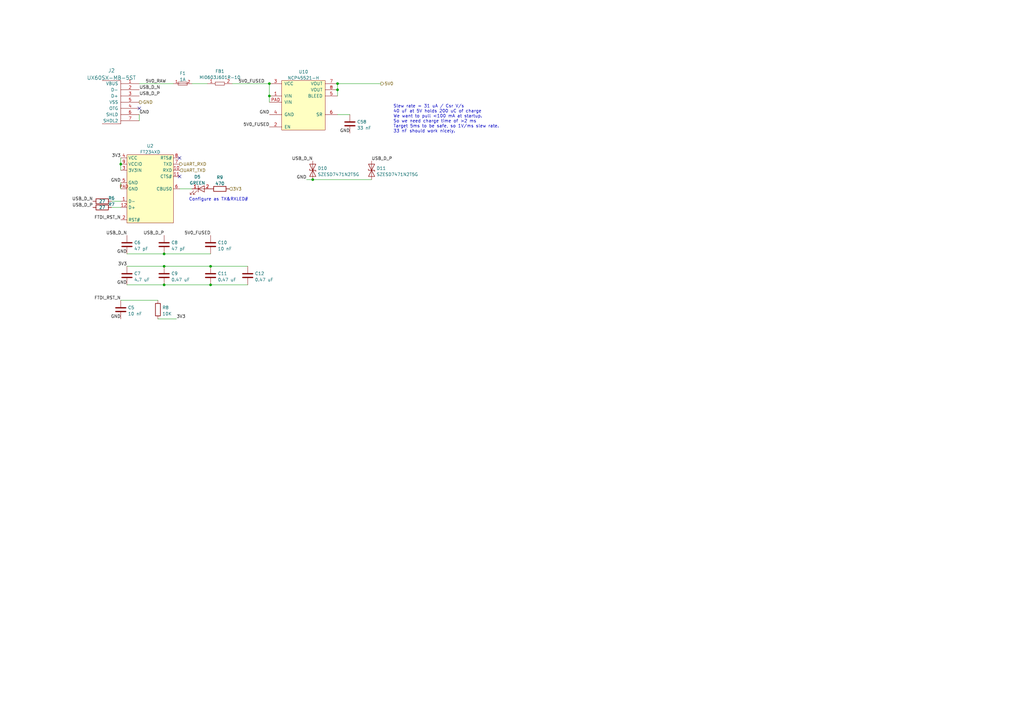
<source format=kicad_sch>
(kicad_sch (version 20211123) (generator eeschema)
  (paper "A3")
  (title_block (title "BaseT to BaseT1 Media Converter") (date "2024-01-28") (rev "0.1") (company "Antikernel Labs") (comment 1 "Andrew D. Zonenberg"))
  (lib_symbols
    (symbol "device:C" (pin_numbers hide) (pin_names (offset 0.254))
      (property "Reference" "C" (at 0.635 2.54 0))
      (property "Value" "C" (at 0.635 -2.54 0))
      (symbol "C_0_1"
        (polyline (pts (xy -2.032 -0.762) (xy 2.032 -0.762)) (stroke (width 0.508)))
        (polyline (pts (xy -2.032 0.762) (xy 2.032 0.762)) (stroke (width 0.508)))
      )
      (symbol "C_1_1"
        (pin passive line (at 0 3.81 270) (length 2.794) (name "~") (number "1"))
        (pin passive line (at 0 -3.81 90) (length 2.794) (name "~") (number "2"))
      )
    )
    (symbol "device:D_TVS" (pin_numbers hide) (pin_names (offset 1.016) hide)
      (property "Reference" "D" (at 0 2.54 0))
      (property "Value" "D_TVS" (at 0 -2.54 0))
      (symbol "D_TVS_0_1"
        (polyline (pts (xy 1.27 0) (xy -1.27 0)))
        (polyline (pts (xy -2.54 -1.27) (xy 0 0) (xy -2.54 1.27) (xy -2.54 -1.27)) (stroke (width 0.2032)))
        (polyline (pts (xy 0.508 1.27) (xy 0 1.27) (xy 0 -1.27) (xy -0.508 -1.27)) (stroke (width 0.2032)))
        (polyline (pts (xy 2.54 1.27) (xy 2.54 -1.27) (xy 0 0) (xy 2.54 1.27)) (stroke (width 0.2032)))
      )
      (symbol "D_TVS_1_1"
        (pin passive line (at -3.81 0 0) (length 2.54) (name "A1") (number "1"))
        (pin passive line (at 3.81 0 180) (length 2.54) (name "A2") (number "2"))
      )
    )
    (symbol "device:LED" (pin_names (offset 1.016) hide)
      (property "Reference" "D" (at 0 2.54 0))
      (property "Value" "LED" (at 0 -2.54 0))
      (symbol "LED_0_1"
        (polyline (pts (xy -1.27 -1.27) (xy -1.27 1.27)) (stroke (width 0.2032)))
        (polyline (pts (xy -1.27 0) (xy 1.27 0)))
        (polyline (pts (xy 1.27 -1.27) (xy 1.27 1.27) (xy -1.27 0) (xy 1.27 -1.27)) (stroke (width 0.2032)))
        (polyline (pts (xy -3.048 -0.762) (xy -4.572 -2.286) (xy -3.81 -2.286) (xy -4.572 -2.286) (xy -4.572 -1.524)))
        (polyline (pts (xy -1.778 -0.762) (xy -3.302 -2.286) (xy -2.54 -2.286) (xy -3.302 -2.286) (xy -3.302 -1.524)))
      )
      (symbol "LED_1_1"
        (pin passive line (at -3.81 0 0) (length 2.54) (name "K") (number "1"))
        (pin passive line (at 3.81 0 180) (length 2.54) (name "A") (number "2"))
      )
    )
    (symbol "device:R" (pin_numbers hide) (pin_names (offset 0))
      (property "Reference" "R" (at 2.032 0 90))
      (property "Value" "R" (at 0 0 90))
      (symbol "R_0_1"
        (rectangle (start -1.016 -2.54) (end 1.016 2.54) (stroke (width 0.254)))
      )
      (symbol "R_1_1"
        (pin passive line (at 0 3.81 270) (length 1.27) (name "~") (number "1"))
        (pin passive line (at 0 -3.81 90) (length 1.27) (name "~") (number "2"))
      )
    )
    (symbol "hirose-azonenberg:HIROSE_UX60SX-MB-5ST_(MINI_USB)" (pin_names (offset 1.016))
      (property "Reference" "J" (at 12.7 25.4 0))
      (property "Value" "HIROSE_UX60SX-MB-5ST_(MINI_USB)" (at 12.7 3.81 0))
      (symbol "HIROSE_UX60SX-MB-5ST_(MINI_USB)_0_1"
        (polyline (pts (xy 16.51 22.86) (xy 8.89 22.86) (xy 8.89 5.08) (xy 16.51 5.08)))
      )
      (symbol "HIROSE_UX60SX-MB-5ST_(MINI_USB)_1_1"
        (pin power_out line (at 1.27 21.59 0) (length 7.62) (name "VBUS") (number "1"))
        (pin bidirectional line (at 1.27 19.05 0) (length 7.62) (name "D-") (number "2"))
        (pin bidirectional line (at 1.27 16.51 0) (length 7.62) (name "D+") (number "3"))
        (pin bidirectional line (at 1.27 11.43 0) (length 7.62) (name "OTG") (number "4"))
        (pin power_out line (at 1.27 13.97 0) (length 7.62) (name "VSS") (number "5"))
        (pin passive line (at 1.27 8.89 0) (length 7.62) (name "SHLD") (number "6"))
        (pin passive line (at 1.27 6.35 0) (length 7.62) (name "SHDL2") (number "7"))
      )
    )
    (symbol "passive-azonenberg:FERRITE_SMALL2" (pin_names (offset 1.016))
      (property "Reference" "FB" (at 0 2.54 0))
      (property "Value" "FERRITE_SMALL2" (at 0 -2.54 0))
      (symbol "FERRITE_SMALL2_0_1"
        (rectangle (start -1.905 0.635) (end 1.905 -0.635))
      )
      (symbol "FERRITE_SMALL2_1_1"
        (pin input line (at -5.08 0 0) (length 3.175) (name "~") (number "1"))
        (pin power_out line (at 5.08 0 180) (length 3.175) (name "~") (number "2"))
      )
    )
    (symbol "power-azonenberg:FUSE_PWROUT_2" (pin_names (offset 0.254))
      (property "Reference" "F" (at 4.445 1.27 0))
      (property "Value" "FUSE_PWROUT_2" (at -0.635 -1.905 0))
      (symbol "FUSE_PWROUT_2_0_1"
        (rectangle (start -1.905 0.635) (end 1.905 -0.635))
        (polyline (pts (xy 1.905 0) (xy -1.905 0)))
      )
      (symbol "FUSE_PWROUT_2_1_1"
        (pin power_in line (at -3.81 0 0) (length 2.54) (name "~") (number "1"))
        (pin power_out line (at 3.81 0 180) (length 2.54) (name "~") (number "2"))
      )
    )
    (symbol "power-azonenberg:NCP45525" (pin_names (offset 1.016))
      (property "Reference" "U" (at 1.27 -1.27 0))
      (property "Value" "NCP45525" (at 5.08 -3.81 0))
      (symbol "NCP45525_0_1"
        (rectangle (start 0 20.32) (end 17.78 0) (fill (type background)))
      )
      (symbol "NCP45525_1_1"
        (pin power_in line (at -5.08 13.97 0) (length 5.08) (name "VIN") (number "1"))
        (pin input line (at -5.08 1.27 0) (length 5.08) (name "EN") (number "2"))
        (pin power_in line (at -5.08 19.05 0) (length 5.08) (name "VCC") (number "3"))
        (pin power_in line (at -5.08 6.35 0) (length 5.08) (name "GND") (number "4"))
        (pin passive line (at 22.86 13.97 180) (length 5.08) (name "BLEED") (number "5"))
        (pin passive line (at 22.86 6.35 180) (length 5.08) (name "SR") (number "6"))
        (pin power_out line (at 22.86 19.05 180) (length 5.08) (name "VOUT") (number "7"))
        (pin power_in line (at 22.86 16.51 180) (length 5.08) (name "VOUT") (number "8"))
        (pin power_in line (at -5.08 11.43 0) (length 5.08) (name "VIN") (number "PAD"))
      )
    )
    (symbol "special-azonenberg:FT234XD"
      (property "Reference" "U" (at 0 -1.27 0))
      (property "Value" "FT234XD" (at 0 -3.81 0))
      (symbol "FT234XD_0_1"
        (rectangle (start 0 27.94) (end 19.05 0) (stroke (width 0.1524)) (fill (type background)))
      )
      (symbol "FT234XD_1_1"
        (pin bidirectional line (at -2.54 8.89 0) (length 2.54) (name "D-") (number "1"))
        (pin input line (at 21.59 21.59 180) (length 2.54) (name "RXD") (number "10"))
        (pin input line (at 21.59 19.05 180) (length 2.54) (name "CTS#") (number "11"))
        (pin bidirectional line (at -2.54 6.35 0) (length 2.54) (name "D+") (number "12"))
        (pin input line (at -2.54 1.27 0) (length 2.54) (name "RST#") (number "2"))
        (pin power_out line (at -2.54 21.59 0) (length 2.54) (name "3V3OUT") (number "3") (alternate "3V3IN" power_in line))
        (pin power_in line (at -2.54 26.67 0) (length 2.54) (name "VCC") (number "4"))
        (pin power_in line (at -2.54 16.51 0) (length 2.54) (name "GND") (number "5"))
        (pin bidirectional line (at 21.59 13.97 180) (length 2.54) (name "CBUS0") (number "6"))
        (pin output line (at 21.59 24.13 180) (length 2.54) (name "TXD") (number "7"))
        (pin output line (at 21.59 26.67 180) (length 2.54) (name "RTS#") (number "8"))
        (pin power_in line (at -2.54 24.13 0) (length 2.54) (name "VCCIO") (number "9"))
        (pin power_in line (at -2.54 13.97 0) (length 2.54) (name "GND") (number "PAD"))
      )
    )
  )
  (junction (at 49.53 67.31))
  (junction (at 67.31 104.14))
  (junction (at 110.49 34.29))
  (junction (at 67.31 109.22))
  (junction (at 86.36 109.22))
  (junction (at 138.43 36.83))
  (junction (at 110.49 39.37))
  (junction (at 67.31 116.84))
  (junction (at 128.27 73.66))
  (junction (at 86.36 116.84))
  (junction (at 138.43 34.29))
  (no_connect (at 73.66 64.77))
  (no_connect (at 73.66 72.39))
  (no_connect (at 57.15 44.45))
  (wire (pts (xy 128.27 73.66) (xy 152.4 73.66)))
  (wire (pts (xy 156.21 34.29) (xy 138.43 34.29)))
  (wire (pts (xy 57.15 34.29) (xy 71.12 34.29)))
  (wire (pts (xy 52.07 109.22) (xy 67.31 109.22)))
  (wire (pts (xy 95.25 34.29) (xy 110.49 34.29)))
  (wire (pts (xy 67.31 104.14) (xy 86.36 104.14)))
  (wire (pts (xy 138.43 36.83) (xy 138.43 39.37)))
  (wire (pts (xy 57.15 46.99) (xy 57.15 49.53)))
  (wire (pts (xy 49.53 67.31) (xy 49.53 69.85)))
  (wire (pts (xy 49.53 64.77) (xy 49.53 67.31)))
  (wire (pts (xy 78.74 34.29) (xy 85.09 34.29)))
  (wire (pts (xy 67.31 116.84) (xy 86.36 116.84)))
  (wire (pts (xy 67.31 109.22) (xy 86.36 109.22)))
  (wire (pts (xy 45.72 85.09) (xy 49.53 85.09)))
  (wire (pts (xy 138.43 46.99) (xy 143.51 46.99)))
  (wire (pts (xy 73.66 77.47) (xy 78.74 77.47)))
  (wire (pts (xy 125.73 73.66) (xy 128.27 73.66)))
  (wire (pts (xy 110.49 34.29) (xy 110.49 39.37)))
  (wire (pts (xy 110.49 39.37) (xy 110.49 41.91)))
  (wire (pts (xy 138.43 34.29) (xy 138.43 36.83)))
  (wire (pts (xy 52.07 104.14) (xy 67.31 104.14)))
  (wire (pts (xy 49.53 123.19) (xy 64.77 123.19)))
  (wire (pts (xy 52.07 116.84) (xy 67.31 116.84)))
  (wire (pts (xy 45.72 82.55) (xy 49.53 82.55)))
  (wire (pts (xy 49.53 74.93) (xy 49.53 77.47)))
  (wire (pts (xy 86.36 109.22) (xy 101.6 109.22)))
  (wire (pts (xy 86.36 116.84) (xy 101.6 116.84)))
  (wire (pts (xy 64.77 130.81) (xy 72.39 130.81)))
  (text "Configure as TX&RXLED#" (at 77.47 82.55 0) (effects (font (size 1.27 1.27)) (justify left bottom)))
  (text "Slew rate = 31 uA / Csr V/s\n40 uF at 5V holds 200 uC of charge\nWe want to pull <100 mA at startup.\nSo we need charge time of >2 ms\nTarget 5ms to be safe, so 1V/ms slew rate.\n33 nF should work nicely." (at 161.29 54.61 0) (effects (font (size 1.27 1.27)) (justify left bottom)))
  (label "USB_D_N" (at 38.1 82.55 180))
  (label "USB_D_N" (at 128.27 66.04 180))
  (label "5V0_RAW" (at 59.69 34.29 0))
  (label "USB_D_P" (at 67.31 96.52 180))
  (label "USB_D_N" (at 52.07 96.52 180))
  (label "5V0_FUSED" (at 110.49 52.07 180))
  (label "3V3" (at 52.07 109.22 180))
  (label "USB_D_P" (at 152.4 66.04 0))
  (label "5V0_FUSED" (at 86.36 96.52 180))
  (label "3V3" (at 49.53 64.77 180))
  (label "GND" (at 49.53 130.81 180))
  (label "GND" (at 57.15 46.99 0))
  (label "FTDI_RST_N" (at 49.53 90.17 180))
  (label "USB_D_N" (at 57.15 36.83 0))
  (label "GND" (at 52.07 116.84 180))
  (label "GND" (at 52.07 104.14 180))
  (label "5V0_FUSED" (at 97.79 34.29 0))
  (label "GND" (at 143.51 54.61 180))
  (label "GND" (at 110.49 46.99 180))
  (label "FTDI_RST_N" (at 49.53 123.19 180))
  (label "USB_D_P" (at 57.15 39.37 0))
  (label "GND" (at 125.73 73.66 180))
  (label "GND" (at 49.53 74.93 180))
  (label "3V3" (at 72.39 130.81 0))
  (label "USB_D_P" (at 38.1 85.09 180))
  (hierarchical_label "3V3" (shape input) (at 93.98 77.47 0))
  (hierarchical_label "5V0" (shape output) (at 156.21 34.29 0))
  (hierarchical_label "GND" (shape output) (at 57.15 41.91 0))
  (hierarchical_label "UART_RXD" (shape output) (at 73.66 67.31 0))
  (hierarchical_label "UART_TXD" (shape input) (at 73.66 69.85 0))
  (symbol (lib_id "device:C") (at 52.07 113.03 0) (unit 1)
    (property "Reference" "C7" (at 54.991 112.1953 0) (effects (justify left)))
    (property "Value" "4.7 uF" (at 54.991 114.7322 0) (effects (justify left)))
    (property "Footprint" "azonenberg_pcb:EIA_0603_CAP_NOSILK" (effects hide))
  )
  (symbol (lib_id "device:C") (at 101.6 113.03 0) (unit 1)
    (property "Reference" "C12" (at 104.521 112.1953 0) (effects (justify left)))
    (property "Value" "0.47 uF" (at 104.521 114.7322 0) (effects (justify left)))
    (property "Footprint" "azonenberg_pcb:EIA_0402_CAP_NOSILK" (effects hide))
  )
  (symbol (lib_id "device:C") (at 67.31 100.33 0) (unit 1)
    (property "Reference" "C8" (at 70.231 99.4953 0) (effects (justify left)))
    (property "Value" "47 pF" (at 70.231 102.0322 0) (effects (justify left)))
    (property "Footprint" "azonenberg_pcb:EIA_0402_CAP_NOSILK" (effects hide))
  )
  (symbol (lib_id "passive-azonenberg:FERRITE_SMALL2") (at 90.17 34.29 0) (unit 1)
    (property "Reference" "FB1" (at 90.17 29.21 0))
    (property "Value" "MI0603J601R-10" (at 90.17 31.7469 0))
    (property "Footprint" "azonenberg_pcb:EIA_0603_INDUCTOR_NOSILK" (effects hide))
  )
  (symbol (lib_id "power-azonenberg:FUSE_PWROUT_2") (at 74.93 34.29 0) (unit 1)
    (property "Reference" "F1" (at 74.93 30.0822 0))
    (property "Value" "1A" (at 74.93 32.6191 0))
    (property "Footprint" "azonenberg_pcb:EIA_0402_RES_NOSILK" (effects hide))
  )
  (symbol (lib_id "device:LED") (at 82.55 77.47 0) (unit 1)
    (property "Reference" "D5" (at 80.9498 72.5256 0))
    (property "Value" "GREEN" (at 80.9498 75.0625 0))
    (property "Footprint" "azonenberg_pcb:EIA_0603_LED" (effects hide))
  )
  (symbol (lib_id "device:R") (at 41.91 85.09 270) (unit 1)
    (property "Reference" "R7" (at 45.72 83.82 90))
    (property "Value" "27" (at 41.91 85.09 90))
    (property "Footprint" "azonenberg_pcb:EIA_0402_RES_NOSILK" (effects hide))
  )
  (symbol (lib_id "special-azonenberg:FT234XD") (at 52.07 91.44 0) (unit 1)
    (property "Reference" "U2" (at 61.595 59.851 0))
    (property "Value" "FT234XD" (at 61.595 62.3879 0))
    (property "Footprint" "azonenberg_pcb:DFN_12_0.5MM_3x3MM" (effects hide))
    (pin "3" (alternate "3V3IN"))
  )
  (symbol (lib_id "hirose-azonenberg:HIROSE_UX60SX-MB-5ST_(MINI_USB)") (at 58.42 55.88 0) (mirror y) (unit 1)
    (property "Reference" "J2" (at 45.72 28.9359 0) (effects (font (size 1.524 1.524))))
    (property "Value" "UX60SX-MB-5ST" (at 45.72 31.9293 0) (effects (font (size 1.524 1.524))))
    (property "Footprint" "azonenberg_pcb:CONN_HIROSE_UX60S-MB-5ST_MINI_USB" (effects hide))
  )
  (symbol (lib_id "device:C") (at 86.36 100.33 0) (unit 1)
    (property "Reference" "C10" (at 89.281 99.4953 0) (effects (justify left)))
    (property "Value" "10 nF" (at 89.281 102.0322 0) (effects (justify left)))
    (property "Footprint" "azonenberg_pcb:EIA_0603_CAP_NOSILK" (effects hide))
  )
  (symbol (lib_id "device:D_TVS") (at 128.27 69.85 90) (unit 1)
    (property "Reference" "D10" (at 130.2766 69.0153 90) (effects (justify right)))
    (property "Value" "SZESD7471N2T5G" (at 130.2766 71.5522 90) (effects (justify right)))
    (property "Footprint" "azonenberg_pcb:SOD882" (effects hide))
    (property "Datasheet" "https://en.wikipedia.org/wiki/Transient-voltage-suppression_diode" (effects hide))
  )
  (symbol (lib_id "device:R") (at 90.17 77.47 90) (unit 1)
    (property "Reference" "R9" (at 90.17 72.7542 90))
    (property "Value" "470" (at 90.17 75.2911 90))
    (property "Footprint" "azonenberg_pcb:EIA_0402_RES_NOSILK" (effects hide))
  )
  (symbol (lib_id "device:R") (at 41.91 82.55 270) (unit 1)
    (property "Reference" "R6" (at 45.72 81.28 90))
    (property "Value" "27" (at 41.91 82.55 90))
    (property "Footprint" "azonenberg_pcb:EIA_0402_RES_NOSILK" (effects hide))
  )
  (symbol (lib_id "device:C") (at 143.51 50.8 0) (unit 1)
    (property "Reference" "C58" (at 146.431 49.9653 0) (effects (justify left)))
    (property "Value" "33 nF" (at 146.431 52.5022 0) (effects (justify left)))
    (property "Footprint" "azonenberg_pcb:EIA_0402_CAP_NOSILK" (effects hide))
  )
  (symbol (lib_id "device:C") (at 52.07 100.33 0) (unit 1)
    (property "Reference" "C6" (at 54.991 99.4953 0) (effects (justify left)))
    (property "Value" "47 pF" (at 54.991 102.0322 0) (effects (justify left)))
    (property "Footprint" "azonenberg_pcb:EIA_0402_CAP_NOSILK" (effects hide))
  )
  (symbol (lib_id "device:C") (at 49.53 127 0) (unit 1)
    (property "Reference" "C5" (at 52.451 126.1653 0) (effects (justify left)))
    (property "Value" "10 nF" (at 52.451 128.7022 0) (effects (justify left)))
    (property "Footprint" "azonenberg_pcb:EIA_0603_CAP_NOSILK" (effects hide))
  )
  (symbol (lib_id "device:D_TVS") (at 152.4 69.85 90) (unit 1)
    (property "Reference" "D11" (at 154.4066 69.0153 90) (effects (justify right)))
    (property "Value" "SZESD7471N2T5G" (at 154.4066 71.5522 90) (effects (justify right)))
    (property "Footprint" "azonenberg_pcb:SOD882" (effects hide))
    (property "Datasheet" "https://en.wikipedia.org/wiki/Transient-voltage-suppression_diode" (effects hide))
  )
  (symbol (lib_id "device:C") (at 67.31 113.03 0) (unit 1)
    (property "Reference" "C9" (at 70.231 112.1953 0) (effects (justify left)))
    (property "Value" "0.47 uF" (at 70.231 114.7322 0) (effects (justify left)))
    (property "Footprint" "azonenberg_pcb:EIA_0402_CAP_NOSILK" (effects hide))
  )
  (symbol (lib_id "power-azonenberg:NCP45525") (at 115.57 53.34 0) (unit 1)
    (property "Reference" "U10" (at 124.46 29.4472 0))
    (property "Value" "NCP45521-H" (at 124.46 31.9841 0))
    (property "Footprint" "azonenberg_pcb:DFN_8_0.5MM_2x2MM" (effects hide))
  )
  (symbol (lib_id "device:C") (at 86.36 113.03 0) (unit 1)
    (property "Reference" "C11" (at 89.281 112.1953 0) (effects (justify left)))
    (property "Value" "0.47 uF" (at 89.281 114.7322 0) (effects (justify left)))
    (property "Footprint" "azonenberg_pcb:EIA_0402_CAP_NOSILK" (effects hide))
  )
  (symbol (lib_id "device:R") (at 64.77 127 0) (unit 1)
    (property "Reference" "R8" (at 66.548 126.1653 0) (effects (justify left)))
    (property "Value" "10K" (at 66.548 128.7022 0) (effects (justify left)))
    (property "Footprint" "azonenberg_pcb:EIA_0402_RES_NOSILK" (effects hide))
  )
)
</source>
